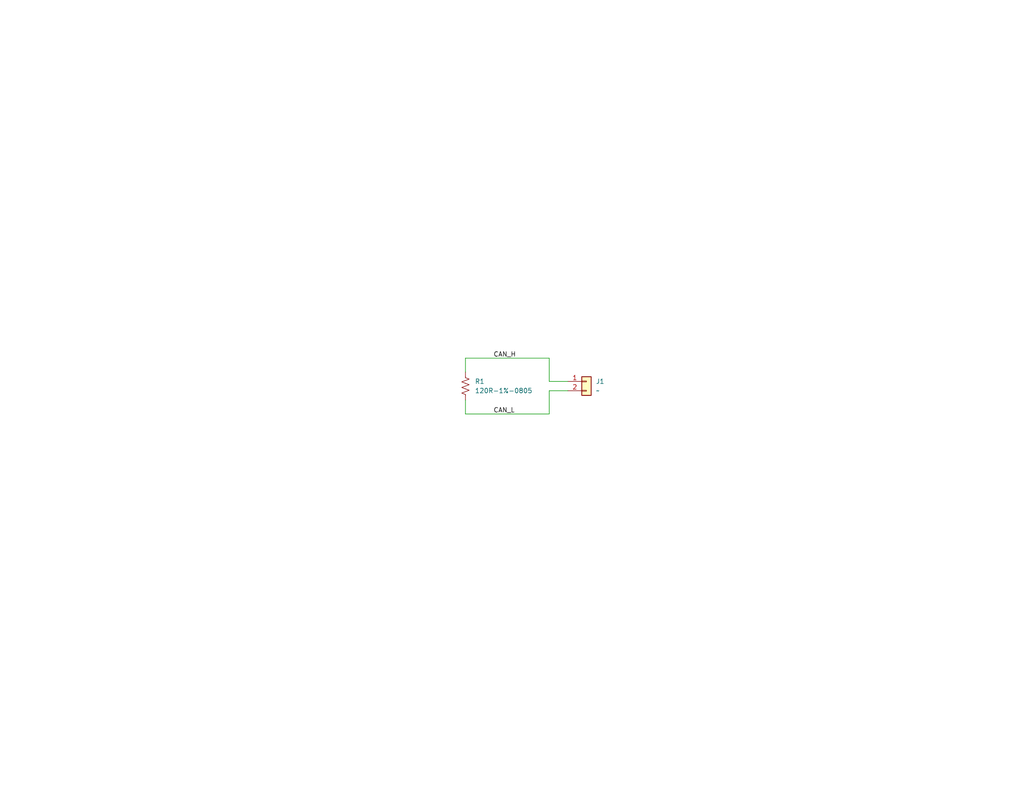
<source format=kicad_sch>
(kicad_sch (version 20231120) (generator "eeschema") (generator_version "8.0")
  (paper "USLetter")
  (title_block (title "CAN Terminator (WCP-1834)") (date "2024-12-14") (rev "V1.0"))
  (lib_symbols
    (symbol "Connector_Generic:Conn_01x02" (pin_names (offset 1.016) hide)
      (property "Reference" "J" (at 0 2.54 0))
      (property "Value" "Conn_01x02" (at 0 -5.08 0))
      (symbol "Conn_01x02_1_1"
        (rectangle (start -1.27 -2.413) (end 0 -2.667) (stroke (width 0.1524)))
        (rectangle (start -1.27 0.127) (end 0 -0.127) (stroke (width 0.1524)))
        (rectangle (start -1.27 1.27) (end 1.27 -3.81) (stroke (width 0.254)) (fill (type background)))
        (pin passive line (at -5.08 0 0) (length 3.81) (name "Pin_1") (number "1"))
        (pin passive line (at -5.08 -2.54 0) (length 3.81) (name "Pin_2") (number "2"))
      )
    )
    (symbol "Device:R_US" (pin_numbers hide) (pin_names (offset 0))
      (property "Reference" "R" (at 2.54 0 90))
      (property "Value" "R_US" (at -2.54 0 90))
      (symbol "R_US_0_1"
        (polyline (pts (xy 0 -2.286) (xy 0 -2.54)))
        (polyline (pts (xy 0 2.286) (xy 0 2.54)))
        (polyline (pts (xy 0 -0.762) (xy 1.016 -1.143) (xy 0 -1.524) (xy -1.016 -1.905) (xy 0 -2.286)))
        (polyline (pts (xy 0 0.762) (xy 1.016 0.381) (xy 0 0) (xy -1.016 -0.381) (xy 0 -0.762)))
        (polyline (pts (xy 0 2.286) (xy 1.016 1.905) (xy 0 1.524) (xy -1.016 1.143) (xy 0 0.762)))
      )
      (symbol "R_US_1_1"
        (pin passive line (at 0 3.81 270) (length 1.27) (name "~") (number "1"))
        (pin passive line (at 0 -3.81 90) (length 1.27) (name "~") (number "2"))
      )
    )
  )
  (wire (pts (xy 149.86 104.14) (xy 149.86 97.79)))
  (wire (pts (xy 127 97.79) (xy 127 101.6)))
  (wire (pts (xy 149.86 113.03) (xy 149.86 106.68)))
  (wire (pts (xy 127 113.03) (xy 149.86 113.03)))
  (wire (pts (xy 149.86 97.79) (xy 127 97.79)))
  (wire (pts (xy 154.94 104.14) (xy 149.86 104.14)))
  (wire (pts (xy 127 109.22) (xy 127 113.03)))
  (wire (pts (xy 149.86 106.68) (xy 154.94 106.68)))
  (label "CAN_L" (at 134.62 113.03 0))
  (label "CAN_H" (at 134.62 97.79 0))
  (symbol (lib_id "Device:R_US") (at 127 105.41 0) (unit 1)
    (property "Reference" "R1" (at 129.54 104.1399 0) (effects (justify left)))
    (property "Value" "120R-1%-0805" (at 129.54 106.6799 0) (effects (justify left)))
    (property "Footprint" "Resistor_SMD:R_0805_2012Metric" (effects (hide yes)))
    (property "MFG" "YAGEO" (effects (hide yes)))
    (property "MFG P/N" "RC0805FR-07120RL" (effects (hide yes)))
    (property "DIST" "Digikey" (effects (hide yes)))
    (property "DIST P/N" "311-120CRCT-ND" (effects (hide yes)))
  )
  (symbol (lib_id "Connector_Generic:Conn_01x02") (at 160.02 104.14 0) (unit 1)
    (property "Reference" "J1" (at 162.56 104.1399 0) (effects (justify left)))
    (property "Value" "~" (at 162.56 106.6799 0) (effects (justify left)))
    (property "Footprint" "CAN_terminator:Wire Pads 2 Pin" (effects (hide yes)))
  )
)
</source>
